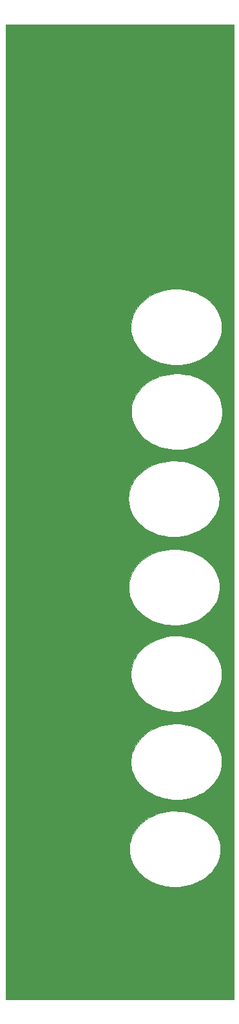
<source format=gbl>
%TF.GenerationSoftware,KiCad,Pcbnew,(5.1.9)-1*%
%TF.CreationDate,2021-08-11T15:41:34+02:00*%
%TF.ProjectId,clockdiv-panel,636c6f63-6b64-4697-962d-70616e656c2e,rev?*%
%TF.SameCoordinates,Original*%
%TF.FileFunction,Copper,L2,Bot*%
%TF.FilePolarity,Positive*%
%FSLAX46Y46*%
G04 Gerber Fmt 4.6, Leading zero omitted, Abs format (unit mm)*
G04 Created by KiCad (PCBNEW (5.1.9)-1) date 2021-08-11 15:41:34*
%MOMM*%
%LPD*%
G01*
G04 APERTURE LIST*
%TA.AperFunction,EtchedComponent*%
%ADD10C,0.010000*%
%TD*%
G04 APERTURE END LIST*
D10*
%TO.C,Ref\u002A\u002A*%
G36*
X137689166Y-183366833D02*
G01*
X107738326Y-183366833D01*
X107739965Y-163584412D01*
X123995712Y-163584412D01*
X123996107Y-163775624D01*
X124002177Y-163953832D01*
X124014055Y-164105668D01*
X124016537Y-164126888D01*
X124088966Y-164542781D01*
X124200917Y-164947014D01*
X124350828Y-165338122D01*
X124537132Y-165714641D01*
X124758266Y-166075107D01*
X125012665Y-166418055D01*
X125298764Y-166742020D01*
X125615000Y-167045538D01*
X125959808Y-167327145D01*
X126331623Y-167585375D01*
X126728882Y-167818766D01*
X127150019Y-168025851D01*
X127593470Y-168205167D01*
X128057670Y-168355249D01*
X128541057Y-168474633D01*
X128693333Y-168504949D01*
X128815112Y-168526245D01*
X128949702Y-168547280D01*
X129074497Y-168564595D01*
X129116666Y-168569712D01*
X129214030Y-168580832D01*
X129303929Y-168591086D01*
X129372201Y-168598859D01*
X129391833Y-168601088D01*
X129431776Y-168603034D01*
X129507907Y-168604373D01*
X129614083Y-168605086D01*
X129744163Y-168605157D01*
X129892004Y-168604569D01*
X130051465Y-168603304D01*
X130079750Y-168603016D01*
X130280629Y-168600302D01*
X130446427Y-168596542D01*
X130584390Y-168591329D01*
X130701766Y-168584257D01*
X130805802Y-168574916D01*
X130903744Y-168562901D01*
X130970977Y-168552931D01*
X131408593Y-168473656D01*
X131815723Y-168377254D01*
X132201772Y-168260757D01*
X132576149Y-168121197D01*
X132948262Y-167955606D01*
X133096938Y-167882248D01*
X133511831Y-167651195D01*
X133900576Y-167392315D01*
X134261384Y-167107604D01*
X134592467Y-166799063D01*
X134892037Y-166468690D01*
X135158306Y-166118484D01*
X135389487Y-165750443D01*
X135583792Y-165366565D01*
X135739432Y-164968851D01*
X135760372Y-164904866D01*
X135826305Y-164681110D01*
X135875624Y-164471456D01*
X135910517Y-164262422D01*
X135933172Y-164040526D01*
X135945777Y-163792286D01*
X135946830Y-163755917D01*
X135950344Y-163579744D01*
X135950170Y-163435279D01*
X135945937Y-163312027D01*
X135937274Y-163199493D01*
X135923809Y-163087180D01*
X135922926Y-163080829D01*
X135842837Y-162659992D01*
X135722230Y-162250379D01*
X135561699Y-161853119D01*
X135361837Y-161469338D01*
X135123236Y-161100163D01*
X134846492Y-160746722D01*
X134532196Y-160410142D01*
X134500911Y-160379574D01*
X134144693Y-160063317D01*
X133761017Y-159777248D01*
X133352694Y-159521960D01*
X132922536Y-159298046D01*
X132473357Y-159106101D01*
X132007968Y-158946717D01*
X131529180Y-158820490D01*
X131039808Y-158728012D01*
X130542662Y-158669877D01*
X130040555Y-158646678D01*
X129536299Y-158659011D01*
X129032707Y-158707468D01*
X128532590Y-158792642D01*
X128038761Y-158915129D01*
X127844736Y-158974344D01*
X127371086Y-159146113D01*
X126920836Y-159348301D01*
X126495699Y-159579526D01*
X126097391Y-159838407D01*
X125727624Y-160123564D01*
X125388114Y-160433614D01*
X125080573Y-160767177D01*
X124806717Y-161122871D01*
X124568259Y-161499315D01*
X124458849Y-161702750D01*
X124291649Y-162069794D01*
X124162963Y-162436795D01*
X124069947Y-162812740D01*
X124027225Y-163066465D01*
X124011406Y-163216463D01*
X124000857Y-163393568D01*
X123995712Y-163584412D01*
X107739965Y-163584412D01*
X107740915Y-152120160D01*
X124187096Y-152120160D01*
X124187530Y-152311008D01*
X124192978Y-152494631D01*
X124203441Y-152658713D01*
X124215816Y-152770417D01*
X124296606Y-153188478D01*
X124417361Y-153595227D01*
X124576834Y-153989042D01*
X124773782Y-154368302D01*
X125006959Y-154731385D01*
X125275120Y-155076669D01*
X125577020Y-155402534D01*
X125911414Y-155707357D01*
X126277057Y-155989516D01*
X126672704Y-156247391D01*
X127042333Y-156451736D01*
X127451777Y-156643733D01*
X127869851Y-156805407D01*
X128302215Y-156938331D01*
X128754530Y-157044080D01*
X129232457Y-157124228D01*
X129624666Y-157169792D01*
X129703721Y-157174669D01*
X129816102Y-157177958D01*
X129952834Y-157179723D01*
X130104942Y-157180031D01*
X130263452Y-157178945D01*
X130419388Y-157176532D01*
X130563775Y-157172855D01*
X130687639Y-157167979D01*
X130782005Y-157161971D01*
X130788833Y-157161368D01*
X131316943Y-157093866D01*
X131830429Y-156989271D01*
X132327391Y-156848440D01*
X132805930Y-156672228D01*
X133264145Y-156461491D01*
X133700138Y-156217085D01*
X134112008Y-155939864D01*
X134497856Y-155630685D01*
X134786644Y-155360783D01*
X135085593Y-155034039D01*
X135348354Y-154689578D01*
X135574525Y-154329668D01*
X135763704Y-153956577D01*
X135915487Y-153572572D01*
X136029472Y-153179920D01*
X136105257Y-152780890D01*
X136142438Y-152377749D01*
X136140613Y-151972764D01*
X136099381Y-151568203D01*
X136018337Y-151166334D01*
X135897079Y-150769423D01*
X135735206Y-150379739D01*
X135688153Y-150283333D01*
X135501642Y-149945856D01*
X135291615Y-149630613D01*
X135052142Y-149329586D01*
X134777297Y-149034760D01*
X134731014Y-148988970D01*
X134562792Y-148827967D01*
X134409629Y-148690517D01*
X134259952Y-148567265D01*
X134102189Y-148448856D01*
X133924767Y-148325935D01*
X133846196Y-148273733D01*
X133417842Y-148017055D01*
X132964385Y-147794169D01*
X132486578Y-147605346D01*
X131985173Y-147450860D01*
X131460924Y-147330983D01*
X131053416Y-147263981D01*
X130908696Y-147248550D01*
X130730836Y-147236850D01*
X130528865Y-147228876D01*
X130311812Y-147224628D01*
X130088705Y-147224103D01*
X129868575Y-147227300D01*
X129660448Y-147234216D01*
X129473355Y-147244850D01*
X129316324Y-147259199D01*
X129275416Y-147264367D01*
X128739024Y-147356748D01*
X128223610Y-147483649D01*
X127730313Y-147644531D01*
X127260271Y-147838857D01*
X126814621Y-148066088D01*
X126394503Y-148325686D01*
X126001055Y-148617113D01*
X125635414Y-148939831D01*
X125546023Y-149027809D01*
X125246974Y-149356657D01*
X124981585Y-149706501D01*
X124751289Y-150074544D01*
X124557515Y-150457988D01*
X124401697Y-150854036D01*
X124285263Y-151259893D01*
X124215875Y-151627417D01*
X124201270Y-151766049D01*
X124191676Y-151934402D01*
X124187096Y-152120160D01*
X107740915Y-152120160D01*
X107741860Y-140720018D01*
X124186008Y-140720018D01*
X124194100Y-140949086D01*
X124210472Y-141169549D01*
X124234756Y-141369307D01*
X124257460Y-141496003D01*
X124367684Y-141914313D01*
X124516715Y-142318437D01*
X124702971Y-142706882D01*
X124924874Y-143078158D01*
X125180843Y-143430770D01*
X125469299Y-143763227D01*
X125788663Y-144074036D01*
X126137353Y-144361706D01*
X126513791Y-144624743D01*
X126916396Y-144861655D01*
X127343590Y-145070950D01*
X127793792Y-145251135D01*
X128265423Y-145400719D01*
X128439333Y-145446585D01*
X128747093Y-145515332D01*
X129074642Y-145573794D01*
X129404805Y-145619377D01*
X129720407Y-145649488D01*
X129825750Y-145655968D01*
X129952027Y-145659473D01*
X130108945Y-145659238D01*
X130285013Y-145655675D01*
X130468741Y-145649195D01*
X130648641Y-145640207D01*
X130813221Y-145629123D01*
X130950993Y-145616352D01*
X130958579Y-145615493D01*
X131483329Y-145535951D01*
X131992837Y-145419996D01*
X132484883Y-145268517D01*
X132957250Y-145082403D01*
X133407719Y-144862543D01*
X133834070Y-144609826D01*
X134234085Y-144325142D01*
X134291916Y-144279548D01*
X134648017Y-143970841D01*
X134968180Y-143642891D01*
X135251726Y-143296856D01*
X135497977Y-142933890D01*
X135706255Y-142555152D01*
X135875880Y-142161796D01*
X136006174Y-141754979D01*
X136096460Y-141335858D01*
X136121714Y-141161055D01*
X136133104Y-141033428D01*
X136140241Y-140876933D01*
X136143126Y-140704826D01*
X136141758Y-140530357D01*
X136136136Y-140366781D01*
X136126261Y-140227349D01*
X136121746Y-140186278D01*
X136047916Y-139760331D01*
X135933925Y-139347295D01*
X135780181Y-138947983D01*
X135587090Y-138563206D01*
X135355059Y-138193777D01*
X135084496Y-137840507D01*
X134779560Y-137507965D01*
X134616328Y-137347931D01*
X134468620Y-137211730D01*
X134325363Y-137090262D01*
X134175486Y-136974423D01*
X134007916Y-136855113D01*
X133880208Y-136768686D01*
X133455423Y-136510739D01*
X133005193Y-136285803D01*
X132531390Y-136094547D01*
X132035887Y-135937642D01*
X131520556Y-135815757D01*
X130987267Y-135729562D01*
X130970706Y-135727497D01*
X130828900Y-135713944D01*
X130655002Y-135703594D01*
X130458964Y-135696509D01*
X130250737Y-135692750D01*
X130040272Y-135692378D01*
X129837520Y-135695453D01*
X129652433Y-135702035D01*
X129494961Y-135712187D01*
X129434166Y-135718113D01*
X128894245Y-135797595D01*
X128375997Y-135912912D01*
X127877884Y-136064500D01*
X127398368Y-136252792D01*
X127179916Y-136353639D01*
X126746434Y-136583713D01*
X126342576Y-136839095D01*
X125969450Y-137118385D01*
X125628162Y-137420182D01*
X125319822Y-137743086D01*
X125045535Y-138085696D01*
X124806411Y-138446613D01*
X124603556Y-138824435D01*
X124438078Y-139217762D01*
X124311084Y-139625194D01*
X124223683Y-140045331D01*
X124215090Y-140102167D01*
X124196135Y-140284460D01*
X124186564Y-140494443D01*
X124186008Y-140720018D01*
X107741860Y-140720018D01*
X107742795Y-129440033D01*
X123893322Y-129440033D01*
X123925975Y-129856237D01*
X124000677Y-130274278D01*
X124038253Y-130426350D01*
X124165834Y-130825569D01*
X124332118Y-131211257D01*
X124535200Y-131581850D01*
X124773175Y-131935787D01*
X125044140Y-132271504D01*
X125346191Y-132587439D01*
X125677423Y-132882030D01*
X126035932Y-133153714D01*
X126419814Y-133400929D01*
X126827165Y-133622112D01*
X127256082Y-133815700D01*
X127704659Y-133980132D01*
X128170993Y-134113844D01*
X128653179Y-134215273D01*
X128656068Y-134215773D01*
X129131957Y-134281526D01*
X129613218Y-134316283D01*
X130087951Y-134319465D01*
X130420634Y-134301751D01*
X130956749Y-134239123D01*
X131478175Y-134138866D01*
X131983153Y-134001648D01*
X132469925Y-133828142D01*
X132936730Y-133619016D01*
X133381811Y-133374943D01*
X133803408Y-133096591D01*
X134027333Y-132926990D01*
X134369730Y-132630763D01*
X134678811Y-132313834D01*
X134953845Y-131978343D01*
X135194099Y-131626433D01*
X135398843Y-131260243D01*
X135567344Y-130881915D01*
X135698871Y-130493589D01*
X135792692Y-130097407D01*
X135848074Y-129695509D01*
X135864288Y-129290037D01*
X135840600Y-128883131D01*
X135776279Y-128476933D01*
X135678005Y-128097309D01*
X135534123Y-127698120D01*
X135354540Y-127317238D01*
X135138027Y-126952709D01*
X134883358Y-126602582D01*
X134589306Y-126264904D01*
X134416166Y-126089435D01*
X134053350Y-125765879D01*
X133662570Y-125473169D01*
X133245716Y-125212132D01*
X132804676Y-124983600D01*
X132341340Y-124788400D01*
X131857597Y-124627364D01*
X131355337Y-124501320D01*
X130836448Y-124411097D01*
X130508276Y-124373610D01*
X130378265Y-124365005D01*
X130217937Y-124359671D01*
X130035910Y-124357434D01*
X129840804Y-124358121D01*
X129641236Y-124361559D01*
X129445826Y-124367576D01*
X129263193Y-124375998D01*
X129101954Y-124386653D01*
X128970729Y-124399368D01*
X128926166Y-124405351D01*
X128418139Y-124498849D01*
X127925853Y-124623496D01*
X127453313Y-124777876D01*
X127004523Y-124960575D01*
X126583488Y-125170176D01*
X126312083Y-125329225D01*
X126063581Y-125495736D01*
X125812358Y-125684507D01*
X125565865Y-125888866D01*
X125331551Y-126102141D01*
X125116867Y-126317660D01*
X124929262Y-126528751D01*
X124824692Y-126661333D01*
X124568810Y-127036912D01*
X124353525Y-127421270D01*
X124179046Y-127813415D01*
X124045579Y-128212356D01*
X123953331Y-128617101D01*
X123902509Y-129026657D01*
X123893322Y-129440033D01*
X107742795Y-129440033D01*
X107743621Y-119480542D01*
X107743767Y-117714882D01*
X123868135Y-117714882D01*
X123870814Y-117922294D01*
X123880168Y-118119155D01*
X123896195Y-118292375D01*
X123900448Y-118324802D01*
X123979014Y-118735527D01*
X124098707Y-119138575D01*
X124258701Y-119531950D01*
X124458172Y-119913655D01*
X124696295Y-120281695D01*
X124725292Y-120321917D01*
X125013495Y-120681848D01*
X125334524Y-121016741D01*
X125686256Y-121325445D01*
X126066567Y-121606812D01*
X126473335Y-121859691D01*
X126904438Y-122082935D01*
X127357751Y-122275394D01*
X127831153Y-122435918D01*
X128322521Y-122563359D01*
X128829732Y-122656567D01*
X129102539Y-122691508D01*
X129246929Y-122703648D01*
X129422580Y-122712696D01*
X129618528Y-122718569D01*
X129823806Y-122721179D01*
X130027449Y-122720441D01*
X130218494Y-122716271D01*
X130385973Y-122708582D01*
X130471333Y-122702177D01*
X130969871Y-122639654D01*
X131453787Y-122544395D01*
X131921398Y-122417792D01*
X132371021Y-122261237D01*
X132800975Y-122076119D01*
X133209577Y-121863829D01*
X133595144Y-121625760D01*
X133955993Y-121363301D01*
X134290443Y-121077843D01*
X134596812Y-120770779D01*
X134873415Y-120443497D01*
X135118571Y-120097391D01*
X135330598Y-119733850D01*
X135507813Y-119354265D01*
X135648534Y-118960028D01*
X135751077Y-118552529D01*
X135793608Y-118302035D01*
X135812123Y-118122192D01*
X135822611Y-117915594D01*
X135825071Y-117697053D01*
X135819504Y-117481377D01*
X135805909Y-117283378D01*
X135793608Y-117177132D01*
X135714095Y-116758986D01*
X135594076Y-116351727D01*
X135434261Y-115956576D01*
X135235358Y-115574752D01*
X134998077Y-115207475D01*
X134723126Y-114855967D01*
X134411216Y-114521446D01*
X134069666Y-114210684D01*
X133794536Y-113996681D01*
X133487749Y-113788830D01*
X133159978Y-113593453D01*
X132821901Y-113416871D01*
X132484191Y-113265407D01*
X132450416Y-113251711D01*
X131980287Y-113081602D01*
X131508272Y-112948793D01*
X131027782Y-112851933D01*
X130532227Y-112789673D01*
X130058583Y-112761828D01*
X129512047Y-112765543D01*
X128976111Y-112808714D01*
X128452362Y-112890925D01*
X127942391Y-113011763D01*
X127447785Y-113170814D01*
X126970135Y-113367664D01*
X126511028Y-113601899D01*
X126257320Y-113752560D01*
X125865237Y-114019990D01*
X125504426Y-114311224D01*
X125176041Y-114624591D01*
X124881239Y-114958420D01*
X124621175Y-115311042D01*
X124397005Y-115680784D01*
X124209883Y-116065978D01*
X124060965Y-116464953D01*
X123951407Y-116876037D01*
X123900187Y-117160216D01*
X123882819Y-117320754D01*
X123872136Y-117510006D01*
X123868135Y-117714882D01*
X107743767Y-117714882D01*
X107744699Y-106462114D01*
X124231956Y-106462114D01*
X124267533Y-106881186D01*
X124345096Y-107300297D01*
X124365221Y-107382228D01*
X124485855Y-107770264D01*
X124646522Y-108150571D01*
X124845213Y-108520388D01*
X125079923Y-108876955D01*
X125348642Y-109217510D01*
X125649363Y-109539293D01*
X125980078Y-109839543D01*
X126338780Y-110115498D01*
X126367736Y-110135823D01*
X126797858Y-110410065D01*
X127249291Y-110648494D01*
X127720009Y-110850618D01*
X128207982Y-111015941D01*
X128711181Y-111143969D01*
X129227578Y-111234207D01*
X129755144Y-111286162D01*
X130291850Y-111299338D01*
X130835668Y-111273242D01*
X130979333Y-111259823D01*
X131478100Y-111189807D01*
X131965407Y-111084290D01*
X132438766Y-110944681D01*
X132895686Y-110772385D01*
X133333681Y-110568810D01*
X133750260Y-110335362D01*
X134142937Y-110073447D01*
X134509223Y-109784472D01*
X134846628Y-109469844D01*
X135152664Y-109130970D01*
X135424844Y-108769255D01*
X135449244Y-108733167D01*
X135545751Y-108578459D01*
X135647160Y-108397416D01*
X135747524Y-108202104D01*
X135840896Y-108004587D01*
X135921332Y-107816931D01*
X135982884Y-107651203D01*
X135983780Y-107648501D01*
X136096701Y-107241279D01*
X136168072Y-106829676D01*
X136198148Y-106415991D01*
X136187181Y-106002525D01*
X136135425Y-105591577D01*
X136043133Y-105185447D01*
X135910559Y-104786435D01*
X135737956Y-104396840D01*
X135596764Y-104136608D01*
X135354393Y-103763764D01*
X135076520Y-103411486D01*
X134765456Y-103081307D01*
X134423511Y-102774759D01*
X134052996Y-102493376D01*
X133656222Y-102238690D01*
X133235499Y-102012233D01*
X132793140Y-101815539D01*
X132331453Y-101650140D01*
X131852752Y-101517569D01*
X131550833Y-101452992D01*
X131036039Y-101374866D01*
X130518599Y-101335093D01*
X130001505Y-101332975D01*
X129487751Y-101367810D01*
X128980328Y-101438900D01*
X128482231Y-101545545D01*
X127996452Y-101687045D01*
X127525983Y-101862701D01*
X127073818Y-102071814D01*
X126642949Y-102313682D01*
X126236369Y-102587607D01*
X126035874Y-102742215D01*
X125836281Y-102915080D01*
X125631266Y-103114030D01*
X125428835Y-103330031D01*
X125236993Y-103554050D01*
X125063745Y-103777054D01*
X124917097Y-103990006D01*
X124885951Y-104039923D01*
X124674955Y-104424477D01*
X124504418Y-104818866D01*
X124374595Y-105221457D01*
X124285741Y-105630617D01*
X124238110Y-106044714D01*
X124231956Y-106462114D01*
X107744699Y-106462114D01*
X107745619Y-95362604D01*
X124162349Y-95362604D01*
X124195427Y-95765284D01*
X124270251Y-96176357D01*
X124384350Y-96575606D01*
X124535973Y-96961631D01*
X124723364Y-97333031D01*
X124944771Y-97688407D01*
X125198440Y-98026357D01*
X125482617Y-98345482D01*
X125795549Y-98644381D01*
X126135481Y-98921654D01*
X126500660Y-99175901D01*
X126889334Y-99405721D01*
X127299747Y-99609715D01*
X127730146Y-99786481D01*
X128178778Y-99934619D01*
X128643889Y-100052730D01*
X129123726Y-100139413D01*
X129616534Y-100193267D01*
X129751666Y-100202002D01*
X130097563Y-100211246D01*
X130465326Y-100202859D01*
X130810000Y-100179765D01*
X131315600Y-100115686D01*
X131812224Y-100014596D01*
X132296739Y-99877865D01*
X132766014Y-99706863D01*
X133216916Y-99502960D01*
X133646314Y-99267526D01*
X134051077Y-99001933D01*
X134428073Y-98707550D01*
X134666063Y-98492496D01*
X134976346Y-98168236D01*
X135251081Y-97825946D01*
X135489682Y-97467772D01*
X135691560Y-97095863D01*
X135856128Y-96712364D01*
X135982798Y-96319424D01*
X136070983Y-95919187D01*
X136120094Y-95513803D01*
X136129545Y-95105417D01*
X136098748Y-94696177D01*
X136027115Y-94288230D01*
X135921387Y-93905917D01*
X135864119Y-93748733D01*
X135789284Y-93569737D01*
X135702837Y-93381385D01*
X135610731Y-93196134D01*
X135518921Y-93026439D01*
X135433362Y-92884758D01*
X135432985Y-92884179D01*
X135173877Y-92523110D01*
X134879493Y-92178894D01*
X134555382Y-91857183D01*
X134207095Y-91563635D01*
X133960825Y-91384052D01*
X133529975Y-91114171D01*
X133078995Y-90880044D01*
X132610701Y-90681849D01*
X132127909Y-90519764D01*
X131633434Y-90393967D01*
X131130094Y-90304637D01*
X130620703Y-90251952D01*
X130108077Y-90236091D01*
X129595033Y-90257231D01*
X129084387Y-90315551D01*
X128578954Y-90411229D01*
X128081550Y-90544445D01*
X127594992Y-90715375D01*
X127122095Y-90924198D01*
X127074083Y-90947962D01*
X126656529Y-91176833D01*
X126267283Y-91430775D01*
X125907422Y-91707984D01*
X125578026Y-92006655D01*
X125280173Y-92324982D01*
X125014941Y-92661160D01*
X124783411Y-93013384D01*
X124586659Y-93379849D01*
X124425766Y-93758750D01*
X124301810Y-94148281D01*
X124215869Y-94546637D01*
X124169022Y-94952013D01*
X124162349Y-95362604D01*
X107745619Y-95362604D01*
X107748916Y-55594250D01*
X122719041Y-55588943D01*
X137689166Y-55583637D01*
X137689166Y-183366833D01*
G37*
X137689166Y-183366833D02*
X107738326Y-183366833D01*
X107739965Y-163584412D01*
X123995712Y-163584412D01*
X123996107Y-163775624D01*
X124002177Y-163953832D01*
X124014055Y-164105668D01*
X124016537Y-164126888D01*
X124088966Y-164542781D01*
X124200917Y-164947014D01*
X124350828Y-165338122D01*
X124537132Y-165714641D01*
X124758266Y-166075107D01*
X125012665Y-166418055D01*
X125298764Y-166742020D01*
X125615000Y-167045538D01*
X125959808Y-167327145D01*
X126331623Y-167585375D01*
X126728882Y-167818766D01*
X127150019Y-168025851D01*
X127593470Y-168205167D01*
X128057670Y-168355249D01*
X128541057Y-168474633D01*
X128693333Y-168504949D01*
X128815112Y-168526245D01*
X128949702Y-168547280D01*
X129074497Y-168564595D01*
X129116666Y-168569712D01*
X129214030Y-168580832D01*
X129303929Y-168591086D01*
X129372201Y-168598859D01*
X129391833Y-168601088D01*
X129431776Y-168603034D01*
X129507907Y-168604373D01*
X129614083Y-168605086D01*
X129744163Y-168605157D01*
X129892004Y-168604569D01*
X130051465Y-168603304D01*
X130079750Y-168603016D01*
X130280629Y-168600302D01*
X130446427Y-168596542D01*
X130584390Y-168591329D01*
X130701766Y-168584257D01*
X130805802Y-168574916D01*
X130903744Y-168562901D01*
X130970977Y-168552931D01*
X131408593Y-168473656D01*
X131815723Y-168377254D01*
X132201772Y-168260757D01*
X132576149Y-168121197D01*
X132948262Y-167955606D01*
X133096938Y-167882248D01*
X133511831Y-167651195D01*
X133900576Y-167392315D01*
X134261384Y-167107604D01*
X134592467Y-166799063D01*
X134892037Y-166468690D01*
X135158306Y-166118484D01*
X135389487Y-165750443D01*
X135583792Y-165366565D01*
X135739432Y-164968851D01*
X135760372Y-164904866D01*
X135826305Y-164681110D01*
X135875624Y-164471456D01*
X135910517Y-164262422D01*
X135933172Y-164040526D01*
X135945777Y-163792286D01*
X135946830Y-163755917D01*
X135950344Y-163579744D01*
X135950170Y-163435279D01*
X135945937Y-163312027D01*
X135937274Y-163199493D01*
X135923809Y-163087180D01*
X135922926Y-163080829D01*
X135842837Y-162659992D01*
X135722230Y-162250379D01*
X135561699Y-161853119D01*
X135361837Y-161469338D01*
X135123236Y-161100163D01*
X134846492Y-160746722D01*
X134532196Y-160410142D01*
X134500911Y-160379574D01*
X134144693Y-160063317D01*
X133761017Y-159777248D01*
X133352694Y-159521960D01*
X132922536Y-159298046D01*
X132473357Y-159106101D01*
X132007968Y-158946717D01*
X131529180Y-158820490D01*
X131039808Y-158728012D01*
X130542662Y-158669877D01*
X130040555Y-158646678D01*
X129536299Y-158659011D01*
X129032707Y-158707468D01*
X128532590Y-158792642D01*
X128038761Y-158915129D01*
X127844736Y-158974344D01*
X127371086Y-159146113D01*
X126920836Y-159348301D01*
X126495699Y-159579526D01*
X126097391Y-159838407D01*
X125727624Y-160123564D01*
X125388114Y-160433614D01*
X125080573Y-160767177D01*
X124806717Y-161122871D01*
X124568259Y-161499315D01*
X124458849Y-161702750D01*
X124291649Y-162069794D01*
X124162963Y-162436795D01*
X124069947Y-162812740D01*
X124027225Y-163066465D01*
X124011406Y-163216463D01*
X124000857Y-163393568D01*
X123995712Y-163584412D01*
X107739965Y-163584412D01*
X107740915Y-152120160D01*
X124187096Y-152120160D01*
X124187530Y-152311008D01*
X124192978Y-152494631D01*
X124203441Y-152658713D01*
X124215816Y-152770417D01*
X124296606Y-153188478D01*
X124417361Y-153595227D01*
X124576834Y-153989042D01*
X124773782Y-154368302D01*
X125006959Y-154731385D01*
X125275120Y-155076669D01*
X125577020Y-155402534D01*
X125911414Y-155707357D01*
X126277057Y-155989516D01*
X126672704Y-156247391D01*
X127042333Y-156451736D01*
X127451777Y-156643733D01*
X127869851Y-156805407D01*
X128302215Y-156938331D01*
X128754530Y-157044080D01*
X129232457Y-157124228D01*
X129624666Y-157169792D01*
X129703721Y-157174669D01*
X129816102Y-157177958D01*
X129952834Y-157179723D01*
X130104942Y-157180031D01*
X130263452Y-157178945D01*
X130419388Y-157176532D01*
X130563775Y-157172855D01*
X130687639Y-157167979D01*
X130782005Y-157161971D01*
X130788833Y-157161368D01*
X131316943Y-157093866D01*
X131830429Y-156989271D01*
X132327391Y-156848440D01*
X132805930Y-156672228D01*
X133264145Y-156461491D01*
X133700138Y-156217085D01*
X134112008Y-155939864D01*
X134497856Y-155630685D01*
X134786644Y-155360783D01*
X135085593Y-155034039D01*
X135348354Y-154689578D01*
X135574525Y-154329668D01*
X135763704Y-153956577D01*
X135915487Y-153572572D01*
X136029472Y-153179920D01*
X136105257Y-152780890D01*
X136142438Y-152377749D01*
X136140613Y-151972764D01*
X136099381Y-151568203D01*
X136018337Y-151166334D01*
X135897079Y-150769423D01*
X135735206Y-150379739D01*
X135688153Y-150283333D01*
X135501642Y-149945856D01*
X135291615Y-149630613D01*
X135052142Y-149329586D01*
X134777297Y-149034760D01*
X134731014Y-148988970D01*
X134562792Y-148827967D01*
X134409629Y-148690517D01*
X134259952Y-148567265D01*
X134102189Y-148448856D01*
X133924767Y-148325935D01*
X133846196Y-148273733D01*
X133417842Y-148017055D01*
X132964385Y-147794169D01*
X132486578Y-147605346D01*
X131985173Y-147450860D01*
X131460924Y-147330983D01*
X131053416Y-147263981D01*
X130908696Y-147248550D01*
X130730836Y-147236850D01*
X130528865Y-147228876D01*
X130311812Y-147224628D01*
X130088705Y-147224103D01*
X129868575Y-147227300D01*
X129660448Y-147234216D01*
X129473355Y-147244850D01*
X129316324Y-147259199D01*
X129275416Y-147264367D01*
X128739024Y-147356748D01*
X128223610Y-147483649D01*
X127730313Y-147644531D01*
X127260271Y-147838857D01*
X126814621Y-148066088D01*
X126394503Y-148325686D01*
X126001055Y-148617113D01*
X125635414Y-148939831D01*
X125546023Y-149027809D01*
X125246974Y-149356657D01*
X124981585Y-149706501D01*
X124751289Y-150074544D01*
X124557515Y-150457988D01*
X124401697Y-150854036D01*
X124285263Y-151259893D01*
X124215875Y-151627417D01*
X124201270Y-151766049D01*
X124191676Y-151934402D01*
X124187096Y-152120160D01*
X107740915Y-152120160D01*
X107741860Y-140720018D01*
X124186008Y-140720018D01*
X124194100Y-140949086D01*
X124210472Y-141169549D01*
X124234756Y-141369307D01*
X124257460Y-141496003D01*
X124367684Y-141914313D01*
X124516715Y-142318437D01*
X124702971Y-142706882D01*
X124924874Y-143078158D01*
X125180843Y-143430770D01*
X125469299Y-143763227D01*
X125788663Y-144074036D01*
X126137353Y-144361706D01*
X126513791Y-144624743D01*
X126916396Y-144861655D01*
X127343590Y-145070950D01*
X127793792Y-145251135D01*
X128265423Y-145400719D01*
X128439333Y-145446585D01*
X128747093Y-145515332D01*
X129074642Y-145573794D01*
X129404805Y-145619377D01*
X129720407Y-145649488D01*
X129825750Y-145655968D01*
X129952027Y-145659473D01*
X130108945Y-145659238D01*
X130285013Y-145655675D01*
X130468741Y-145649195D01*
X130648641Y-145640207D01*
X130813221Y-145629123D01*
X130950993Y-145616352D01*
X130958579Y-145615493D01*
X131483329Y-145535951D01*
X131992837Y-145419996D01*
X132484883Y-145268517D01*
X132957250Y-145082403D01*
X133407719Y-144862543D01*
X133834070Y-144609826D01*
X134234085Y-144325142D01*
X134291916Y-144279548D01*
X134648017Y-143970841D01*
X134968180Y-143642891D01*
X135251726Y-143296856D01*
X135497977Y-142933890D01*
X135706255Y-142555152D01*
X135875880Y-142161796D01*
X136006174Y-141754979D01*
X136096460Y-141335858D01*
X136121714Y-141161055D01*
X136133104Y-141033428D01*
X136140241Y-140876933D01*
X136143126Y-140704826D01*
X136141758Y-140530357D01*
X136136136Y-140366781D01*
X136126261Y-140227349D01*
X136121746Y-140186278D01*
X136047916Y-139760331D01*
X135933925Y-139347295D01*
X135780181Y-138947983D01*
X135587090Y-138563206D01*
X135355059Y-138193777D01*
X135084496Y-137840507D01*
X134779560Y-137507965D01*
X134616328Y-137347931D01*
X134468620Y-137211730D01*
X134325363Y-137090262D01*
X134175486Y-136974423D01*
X134007916Y-136855113D01*
X133880208Y-136768686D01*
X133455423Y-136510739D01*
X133005193Y-136285803D01*
X132531390Y-136094547D01*
X132035887Y-135937642D01*
X131520556Y-135815757D01*
X130987267Y-135729562D01*
X130970706Y-135727497D01*
X130828900Y-135713944D01*
X130655002Y-135703594D01*
X130458964Y-135696509D01*
X130250737Y-135692750D01*
X130040272Y-135692378D01*
X129837520Y-135695453D01*
X129652433Y-135702035D01*
X129494961Y-135712187D01*
X129434166Y-135718113D01*
X128894245Y-135797595D01*
X128375997Y-135912912D01*
X127877884Y-136064500D01*
X127398368Y-136252792D01*
X127179916Y-136353639D01*
X126746434Y-136583713D01*
X126342576Y-136839095D01*
X125969450Y-137118385D01*
X125628162Y-137420182D01*
X125319822Y-137743086D01*
X125045535Y-138085696D01*
X124806411Y-138446613D01*
X124603556Y-138824435D01*
X124438078Y-139217762D01*
X124311084Y-139625194D01*
X124223683Y-140045331D01*
X124215090Y-140102167D01*
X124196135Y-140284460D01*
X124186564Y-140494443D01*
X124186008Y-140720018D01*
X107741860Y-140720018D01*
X107742795Y-129440033D01*
X123893322Y-129440033D01*
X123925975Y-129856237D01*
X124000677Y-130274278D01*
X124038253Y-130426350D01*
X124165834Y-130825569D01*
X124332118Y-131211257D01*
X124535200Y-131581850D01*
X124773175Y-131935787D01*
X125044140Y-132271504D01*
X125346191Y-132587439D01*
X125677423Y-132882030D01*
X126035932Y-133153714D01*
X126419814Y-133400929D01*
X126827165Y-133622112D01*
X127256082Y-133815700D01*
X127704659Y-133980132D01*
X128170993Y-134113844D01*
X128653179Y-134215273D01*
X128656068Y-134215773D01*
X129131957Y-134281526D01*
X129613218Y-134316283D01*
X130087951Y-134319465D01*
X130420634Y-134301751D01*
X130956749Y-134239123D01*
X131478175Y-134138866D01*
X131983153Y-134001648D01*
X132469925Y-133828142D01*
X132936730Y-133619016D01*
X133381811Y-133374943D01*
X133803408Y-133096591D01*
X134027333Y-132926990D01*
X134369730Y-132630763D01*
X134678811Y-132313834D01*
X134953845Y-131978343D01*
X135194099Y-131626433D01*
X135398843Y-131260243D01*
X135567344Y-130881915D01*
X135698871Y-130493589D01*
X135792692Y-130097407D01*
X135848074Y-129695509D01*
X135864288Y-129290037D01*
X135840600Y-128883131D01*
X135776279Y-128476933D01*
X135678005Y-128097309D01*
X135534123Y-127698120D01*
X135354540Y-127317238D01*
X135138027Y-126952709D01*
X134883358Y-126602582D01*
X134589306Y-126264904D01*
X134416166Y-126089435D01*
X134053350Y-125765879D01*
X133662570Y-125473169D01*
X133245716Y-125212132D01*
X132804676Y-124983600D01*
X132341340Y-124788400D01*
X131857597Y-124627364D01*
X131355337Y-124501320D01*
X130836448Y-124411097D01*
X130508276Y-124373610D01*
X130378265Y-124365005D01*
X130217937Y-124359671D01*
X130035910Y-124357434D01*
X129840804Y-124358121D01*
X129641236Y-124361559D01*
X129445826Y-124367576D01*
X129263193Y-124375998D01*
X129101954Y-124386653D01*
X128970729Y-124399368D01*
X128926166Y-124405351D01*
X128418139Y-124498849D01*
X127925853Y-124623496D01*
X127453313Y-124777876D01*
X127004523Y-124960575D01*
X126583488Y-125170176D01*
X126312083Y-125329225D01*
X126063581Y-125495736D01*
X125812358Y-125684507D01*
X125565865Y-125888866D01*
X125331551Y-126102141D01*
X125116867Y-126317660D01*
X124929262Y-126528751D01*
X124824692Y-126661333D01*
X124568810Y-127036912D01*
X124353525Y-127421270D01*
X124179046Y-127813415D01*
X124045579Y-128212356D01*
X123953331Y-128617101D01*
X123902509Y-129026657D01*
X123893322Y-129440033D01*
X107742795Y-129440033D01*
X107743621Y-119480542D01*
X107743767Y-117714882D01*
X123868135Y-117714882D01*
X123870814Y-117922294D01*
X123880168Y-118119155D01*
X123896195Y-118292375D01*
X123900448Y-118324802D01*
X123979014Y-118735527D01*
X124098707Y-119138575D01*
X124258701Y-119531950D01*
X124458172Y-119913655D01*
X124696295Y-120281695D01*
X124725292Y-120321917D01*
X125013495Y-120681848D01*
X125334524Y-121016741D01*
X125686256Y-121325445D01*
X126066567Y-121606812D01*
X126473335Y-121859691D01*
X126904438Y-122082935D01*
X127357751Y-122275394D01*
X127831153Y-122435918D01*
X128322521Y-122563359D01*
X128829732Y-122656567D01*
X129102539Y-122691508D01*
X129246929Y-122703648D01*
X129422580Y-122712696D01*
X129618528Y-122718569D01*
X129823806Y-122721179D01*
X130027449Y-122720441D01*
X130218494Y-122716271D01*
X130385973Y-122708582D01*
X130471333Y-122702177D01*
X130969871Y-122639654D01*
X131453787Y-122544395D01*
X131921398Y-122417792D01*
X132371021Y-122261237D01*
X132800975Y-122076119D01*
X133209577Y-121863829D01*
X133595144Y-121625760D01*
X133955993Y-121363301D01*
X134290443Y-121077843D01*
X134596812Y-120770779D01*
X134873415Y-120443497D01*
X135118571Y-120097391D01*
X135330598Y-119733850D01*
X135507813Y-119354265D01*
X135648534Y-118960028D01*
X135751077Y-118552529D01*
X135793608Y-118302035D01*
X135812123Y-118122192D01*
X135822611Y-117915594D01*
X135825071Y-117697053D01*
X135819504Y-117481377D01*
X135805909Y-117283378D01*
X135793608Y-117177132D01*
X135714095Y-116758986D01*
X135594076Y-116351727D01*
X135434261Y-115956576D01*
X135235358Y-115574752D01*
X134998077Y-115207475D01*
X134723126Y-114855967D01*
X134411216Y-114521446D01*
X134069666Y-114210684D01*
X133794536Y-113996681D01*
X133487749Y-113788830D01*
X133159978Y-113593453D01*
X132821901Y-113416871D01*
X132484191Y-113265407D01*
X132450416Y-113251711D01*
X131980287Y-113081602D01*
X131508272Y-112948793D01*
X131027782Y-112851933D01*
X130532227Y-112789673D01*
X130058583Y-112761828D01*
X129512047Y-112765543D01*
X128976111Y-112808714D01*
X128452362Y-112890925D01*
X127942391Y-113011763D01*
X127447785Y-113170814D01*
X126970135Y-113367664D01*
X126511028Y-113601899D01*
X126257320Y-113752560D01*
X125865237Y-114019990D01*
X125504426Y-114311224D01*
X125176041Y-114624591D01*
X124881239Y-114958420D01*
X124621175Y-115311042D01*
X124397005Y-115680784D01*
X124209883Y-116065978D01*
X124060965Y-116464953D01*
X123951407Y-116876037D01*
X123900187Y-117160216D01*
X123882819Y-117320754D01*
X123872136Y-117510006D01*
X123868135Y-117714882D01*
X107743767Y-117714882D01*
X107744699Y-106462114D01*
X124231956Y-106462114D01*
X124267533Y-106881186D01*
X124345096Y-107300297D01*
X124365221Y-107382228D01*
X124485855Y-107770264D01*
X124646522Y-108150571D01*
X124845213Y-108520388D01*
X125079923Y-108876955D01*
X125348642Y-109217510D01*
X125649363Y-109539293D01*
X125980078Y-109839543D01*
X126338780Y-110115498D01*
X126367736Y-110135823D01*
X126797858Y-110410065D01*
X127249291Y-110648494D01*
X127720009Y-110850618D01*
X128207982Y-111015941D01*
X128711181Y-111143969D01*
X129227578Y-111234207D01*
X129755144Y-111286162D01*
X130291850Y-111299338D01*
X130835668Y-111273242D01*
X130979333Y-111259823D01*
X131478100Y-111189807D01*
X131965407Y-111084290D01*
X132438766Y-110944681D01*
X132895686Y-110772385D01*
X133333681Y-110568810D01*
X133750260Y-110335362D01*
X134142937Y-110073447D01*
X134509223Y-109784472D01*
X134846628Y-109469844D01*
X135152664Y-109130970D01*
X135424844Y-108769255D01*
X135449244Y-108733167D01*
X135545751Y-108578459D01*
X135647160Y-108397416D01*
X135747524Y-108202104D01*
X135840896Y-108004587D01*
X135921332Y-107816931D01*
X135982884Y-107651203D01*
X135983780Y-107648501D01*
X136096701Y-107241279D01*
X136168072Y-106829676D01*
X136198148Y-106415991D01*
X136187181Y-106002525D01*
X136135425Y-105591577D01*
X136043133Y-105185447D01*
X135910559Y-104786435D01*
X135737956Y-104396840D01*
X135596764Y-104136608D01*
X135354393Y-103763764D01*
X135076520Y-103411486D01*
X134765456Y-103081307D01*
X134423511Y-102774759D01*
X134052996Y-102493376D01*
X133656222Y-102238690D01*
X133235499Y-102012233D01*
X132793140Y-101815539D01*
X132331453Y-101650140D01*
X131852752Y-101517569D01*
X131550833Y-101452992D01*
X131036039Y-101374866D01*
X130518599Y-101335093D01*
X130001505Y-101332975D01*
X129487751Y-101367810D01*
X128980328Y-101438900D01*
X128482231Y-101545545D01*
X127996452Y-101687045D01*
X127525983Y-101862701D01*
X127073818Y-102071814D01*
X126642949Y-102313682D01*
X126236369Y-102587607D01*
X126035874Y-102742215D01*
X125836281Y-102915080D01*
X125631266Y-103114030D01*
X125428835Y-103330031D01*
X125236993Y-103554050D01*
X125063745Y-103777054D01*
X124917097Y-103990006D01*
X124885951Y-104039923D01*
X124674955Y-104424477D01*
X124504418Y-104818866D01*
X124374595Y-105221457D01*
X124285741Y-105630617D01*
X124238110Y-106044714D01*
X124231956Y-106462114D01*
X107744699Y-106462114D01*
X107745619Y-95362604D01*
X124162349Y-95362604D01*
X124195427Y-95765284D01*
X124270251Y-96176357D01*
X124384350Y-96575606D01*
X124535973Y-96961631D01*
X124723364Y-97333031D01*
X124944771Y-97688407D01*
X125198440Y-98026357D01*
X125482617Y-98345482D01*
X125795549Y-98644381D01*
X126135481Y-98921654D01*
X126500660Y-99175901D01*
X126889334Y-99405721D01*
X127299747Y-99609715D01*
X127730146Y-99786481D01*
X128178778Y-99934619D01*
X128643889Y-100052730D01*
X129123726Y-100139413D01*
X129616534Y-100193267D01*
X129751666Y-100202002D01*
X130097563Y-100211246D01*
X130465326Y-100202859D01*
X130810000Y-100179765D01*
X131315600Y-100115686D01*
X131812224Y-100014596D01*
X132296739Y-99877865D01*
X132766014Y-99706863D01*
X133216916Y-99502960D01*
X133646314Y-99267526D01*
X134051077Y-99001933D01*
X134428073Y-98707550D01*
X134666063Y-98492496D01*
X134976346Y-98168236D01*
X135251081Y-97825946D01*
X135489682Y-97467772D01*
X135691560Y-97095863D01*
X135856128Y-96712364D01*
X135982798Y-96319424D01*
X136070983Y-95919187D01*
X136120094Y-95513803D01*
X136129545Y-95105417D01*
X136098748Y-94696177D01*
X136027115Y-94288230D01*
X135921387Y-93905917D01*
X135864119Y-93748733D01*
X135789284Y-93569737D01*
X135702837Y-93381385D01*
X135610731Y-93196134D01*
X135518921Y-93026439D01*
X135433362Y-92884758D01*
X135432985Y-92884179D01*
X135173877Y-92523110D01*
X134879493Y-92178894D01*
X134555382Y-91857183D01*
X134207095Y-91563635D01*
X133960825Y-91384052D01*
X133529975Y-91114171D01*
X133078995Y-90880044D01*
X132610701Y-90681849D01*
X132127909Y-90519764D01*
X131633434Y-90393967D01*
X131130094Y-90304637D01*
X130620703Y-90251952D01*
X130108077Y-90236091D01*
X129595033Y-90257231D01*
X129084387Y-90315551D01*
X128578954Y-90411229D01*
X128081550Y-90544445D01*
X127594992Y-90715375D01*
X127122095Y-90924198D01*
X127074083Y-90947962D01*
X126656529Y-91176833D01*
X126267283Y-91430775D01*
X125907422Y-91707984D01*
X125578026Y-92006655D01*
X125280173Y-92324982D01*
X125014941Y-92661160D01*
X124783411Y-93013384D01*
X124586659Y-93379849D01*
X124425766Y-93758750D01*
X124301810Y-94148281D01*
X124215869Y-94546637D01*
X124169022Y-94952013D01*
X124162349Y-95362604D01*
X107745619Y-95362604D01*
X107748916Y-55594250D01*
X122719041Y-55588943D01*
X137689166Y-55583637D01*
X137689166Y-183366833D01*
%TD*%
M02*

</source>
